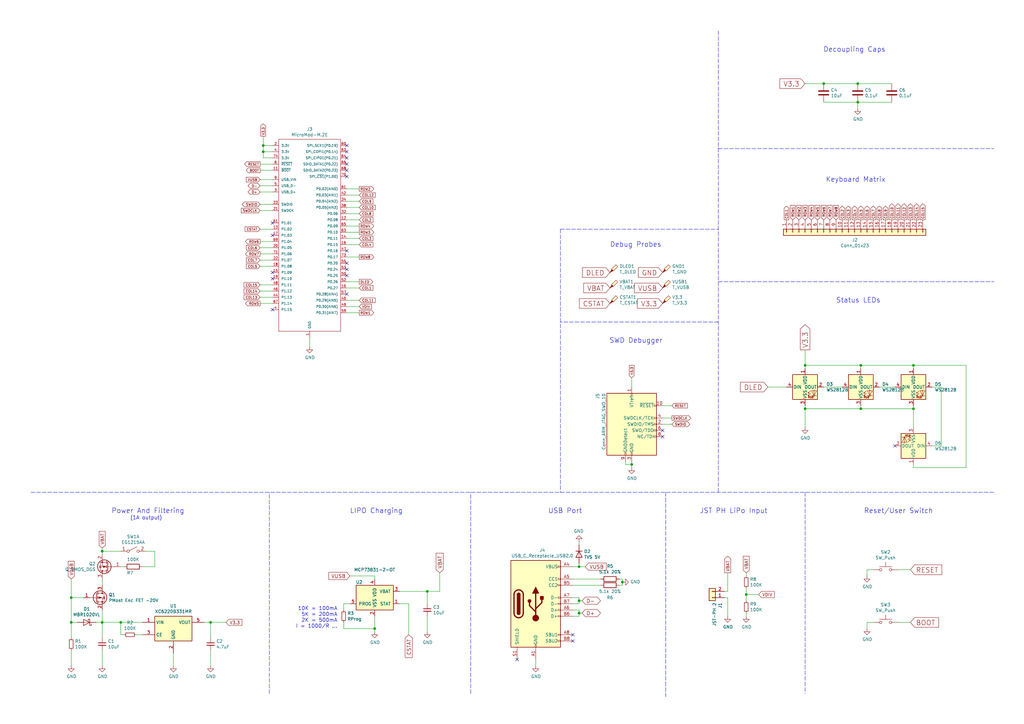
<source format=kicad_sch>
(kicad_sch (version 20211123) (generator eeschema)
  (paper "A3")
  (lib_symbols
    (symbol "Battery_Management:MCP73831-2-OT" (pin_names (offset 1.016))
      (property "Reference" "U" (at -7.62 6.35 0))
      (property "Value" "MCP73831-2-OT" (at 1.27 6.35 0))
      (symbol "MCP73831-2-OT_1_1"
        (pin output line (at 10.16 -2.54 180) (length 2.54) (name "STAT") (number "1"))
        (pin power_in line (at 0 -7.62 90) (length 2.54) (name "VSS") (number "2"))
        (pin power_out line (at 10.16 2.54 180) (length 2.54) (name "VBAT") (number "3"))
        (pin power_in line (at 0 7.62 270) (length 2.54) (name "VDD") (number "4"))
        (pin input line (at -10.16 -2.54 0) (length 2.54) (name "PROG") (number "5"))
      )
    )
    (symbol "Connector:Conn_ARM_JTAG_SWD_10" (pin_names (offset 1.016))
      (property "Reference" "J" (at -2.54 16.51 0))
      (property "Value" "Conn_ARM_JTAG_SWD_10" (at -2.54 13.97 0))
      (symbol "Conn_ARM_JTAG_SWD_10_1_1"
        (pin power_in line (at 0 15.24 270) (length 2.54) (name "VTref") (number "1"))
        (pin open_collector line (at 12.7 7.62 180) (length 2.54) (name "~{RESET}") (number "10"))
        (pin bidirectional line (at 12.7 0 180) (length 2.54) (name "SWDIO/TMS") (number "2"))
        (pin power_in line (at 0 -15.24 90) (length 2.54) (name "GND") (number "3"))
        (pin output line (at 12.7 2.54 180) (length 2.54) (name "SWDCLK/TCK") (number "4"))
        (pin passive line (at 0 -15.24 90) (length 2.54) hide (name "GND") (number "5"))
        (pin input line (at 12.7 -2.54 180) (length 2.54) (name "SWO/TDO") (number "6"))
        (pin no_connect line (at -10.16 0 0) (length 2.54) hide (name "KEY") (number "7"))
        (pin output line (at 12.7 -5.08 180) (length 2.54) (name "NC/TDI") (number "8"))
        (pin passive line (at -2.54 -15.24 90) (length 2.54) (name "GNDDetect") (number "9"))
      )
    )
    (symbol "Connector:TestPoint_Probe" (pin_numbers hide) (pin_names (offset 0.762) hide)
      (property "Reference" "TP" (at 1.651 5.842 0))
      (property "Value" "TestPoint_Probe" (at 1.651 4.064 0))
      (symbol "TestPoint_Probe_1_1"
        (pin passive line (at 0 0 90) (length 0) (name "1") (number "1"))
      )
    )
    (symbol "Connector:USB_C_Receptacle_USB2.0" (pin_names (offset 1.016))
      (property "Reference" "J" (at -10.16 19.05 0))
      (property "Value" "USB_C_Receptacle_USB2.0" (at 19.05 19.05 0))
      (symbol "USB_C_Receptacle_USB2.0_1_1"
        (pin passive line (at 0 -22.86 90) (length 5.08) (name "GND") (number "A1"))
        (pin passive line (at 0 -22.86 90) (length 5.08) hide (name "GND") (number "A12"))
        (pin passive line (at 15.24 15.24 180) (length 5.08) (name "VBUS") (number "A4"))
        (pin bidirectional line (at 15.24 10.16 180) (length 5.08) (name "CC1") (number "A5"))
        (pin bidirectional line (at 15.24 -2.54 180) (length 5.08) (name "D+") (number "A6"))
        (pin bidirectional line (at 15.24 2.54 180) (length 5.08) (name "D-") (number "A7"))
        (pin bidirectional line (at 15.24 -12.7 180) (length 5.08) (name "SBU1") (number "A8"))
        (pin passive line (at 15.24 15.24 180) (length 5.08) hide (name "VBUS") (number "A9"))
        (pin passive line (at 0 -22.86 90) (length 5.08) hide (name "GND") (number "B1"))
        (pin passive line (at 0 -22.86 90) (length 5.08) hide (name "GND") (number "B12"))
        (pin passive line (at 15.24 15.24 180) (length 5.08) hide (name "VBUS") (number "B4"))
        (pin bidirectional line (at 15.24 7.62 180) (length 5.08) (name "CC2") (number "B5"))
        (pin bidirectional line (at 15.24 -5.08 180) (length 5.08) (name "D+") (number "B6"))
        (pin bidirectional line (at 15.24 0 180) (length 5.08) (name "D-") (number "B7"))
        (pin bidirectional line (at 15.24 -15.24 180) (length 5.08) (name "SBU2") (number "B8"))
        (pin passive line (at 15.24 15.24 180) (length 5.08) hide (name "VBUS") (number "B9"))
        (pin passive line (at -7.62 -22.86 90) (length 5.08) (name "SHIELD") (number "S1"))
      )
    )
    (symbol "Connector_Generic:Conn_01x02" (pin_names (offset 1.016) hide)
      (property "Reference" "J" (at 0 2.54 0))
      (property "Value" "Conn_01x02" (at 0 -5.08 0))
      (symbol "Conn_01x02_1_1"
        (pin passive line (at -5.08 0 0) (length 3.81) (name "Pin_1") (number "1"))
        (pin passive line (at -5.08 -2.54 0) (length 3.81) (name "Pin_2") (number "2"))
      )
    )
    (symbol "Connector_Generic:Conn_01x23" (pin_names (offset 1.016) hide)
      (property "Reference" "J" (at 0 30.48 0))
      (property "Value" "Conn_01x23" (at 0 -30.48 0))
      (symbol "Conn_01x23_1_1"
        (pin passive line (at -5.08 27.94 0) (length 3.81) (name "Pin_1") (number "1"))
        (pin passive line (at -5.08 5.08 0) (length 3.81) (name "Pin_10") (number "10"))
        (pin passive line (at -5.08 2.54 0) (length 3.81) (name "Pin_11") (number "11"))
        (pin passive line (at -5.08 0 0) (length 3.81) (name "Pin_12") (number "12"))
        (pin passive line (at -5.08 -2.54 0) (length 3.81) (name "Pin_13") (number "13"))
        (pin passive line (at -5.08 -5.08 0) (length 3.81) (name "Pin_14") (number "14"))
        (pin passive line (at -5.08 -7.62 0) (length 3.81) (name "Pin_15") (number "15"))
        (pin passive line (at -5.08 -10.16 0) (length 3.81) (name "Pin_16") (number "16"))
        (pin passive line (at -5.08 -12.7 0) (length 3.81) (name "Pin_17") (number "17"))
        (pin passive line (at -5.08 -15.24 0) (length 3.81) (name "Pin_18") (number "18"))
        (pin passive line (at -5.08 -17.78 0) (length 3.81) (name "Pin_19") (number "19"))
        (pin passive line (at -5.08 25.4 0) (length 3.81) (name "Pin_2") (number "2"))
        (pin passive line (at -5.08 -20.32 0) (length 3.81) (name "Pin_20") (number "20"))
        (pin passive line (at -5.08 -22.86 0) (length 3.81) (name "Pin_21") (number "21"))
        (pin passive line (at -5.08 -25.4 0) (length 3.81) (name "Pin_22") (number "22"))
        (pin passive line (at -5.08 -27.94 0) (length 3.81) (name "Pin_23") (number "23"))
        (pin passive line (at -5.08 22.86 0) (length 3.81) (name "Pin_3") (number "3"))
        (pin passive line (at -5.08 20.32 0) (length 3.81) (name "Pin_4") (number "4"))
        (pin passive line (at -5.08 17.78 0) (length 3.81) (name "Pin_5") (number "5"))
        (pin passive line (at -5.08 15.24 0) (length 3.81) (name "Pin_6") (number "6"))
        (pin passive line (at -5.08 12.7 0) (length 3.81) (name "Pin_7") (number "7"))
        (pin passive line (at -5.08 10.16 0) (length 3.81) (name "Pin_8") (number "8"))
        (pin passive line (at -5.08 7.62 0) (length 3.81) (name "Pin_9") (number "9"))
      )
    )
    (symbol "Device:C" (pin_numbers hide) (pin_names (offset 0.254))
      (property "Reference" "C" (at 0.635 2.54 0))
      (property "Value" "C" (at 0.635 -2.54 0))
      (symbol "C_1_1"
        (pin passive line (at 0 3.81 270) (length 2.794) (name "~") (number "1"))
        (pin passive line (at 0 -3.81 90) (length 2.794) (name "~") (number "2"))
      )
    )
    (symbol "Device:C_Small" (pin_numbers hide) (pin_names (offset 0.254) hide)
      (property "Reference" "C" (at 0.254 1.778 0))
      (property "Value" "C_Small" (at 0.254 -2.032 0))
      (symbol "C_Small_1_1"
        (pin passive line (at 0 2.54 270) (length 2.032) (name "~") (number "1"))
        (pin passive line (at 0 -2.54 90) (length 2.032) (name "~") (number "2"))
      )
    )
    (symbol "Device:D" (pin_numbers hide) (pin_names (offset 1.016) hide)
      (property "Reference" "D" (at 0 2.54 0))
      (property "Value" "D" (at 0 -2.54 0))
      (symbol "D_1_1"
        (pin passive line (at -3.81 0 0) (length 2.54) (name "K") (number "1"))
        (pin passive line (at 3.81 0 180) (length 2.54) (name "A") (number "2"))
      )
    )
    (symbol "Device:Q_NMOS_GSD" (pin_names (offset 0) hide)
      (property "Reference" "Q" (at 5.08 1.27 0))
      (property "Value" "Q_NMOS_GSD" (at 5.08 -1.27 0))
      (symbol "Q_NMOS_GSD_1_1"
        (pin input line (at -5.08 0 0) (length 2.54) (name "G") (number "1"))
        (pin passive line (at 2.54 -5.08 90) (length 2.54) (name "S") (number "2"))
        (pin passive line (at 2.54 5.08 270) (length 2.54) (name "D") (number "3"))
      )
    )
    (symbol "Device:R" (pin_numbers hide) (pin_names (offset 0))
      (property "Reference" "R" (at 2.032 0 90))
      (property "Value" "R" (at 0 0 90))
      (symbol "R_1_1"
        (pin passive line (at 0 3.81 270) (length 1.27) (name "~") (number "1"))
        (pin passive line (at 0 -3.81 90) (length 1.27) (name "~") (number "2"))
      )
    )
    (symbol "Device:R_Small" (pin_numbers hide) (pin_names (offset 0.254) hide)
      (property "Reference" "R" (at 0.762 0.508 0))
      (property "Value" "R_Small" (at 0.762 -1.016 0))
      (symbol "R_Small_1_1"
        (pin passive line (at 0 2.54 270) (length 0.762) (name "~") (number "1"))
        (pin passive line (at 0 -2.54 90) (length 0.762) (name "~") (number "2"))
      )
    )
    (symbol "Diode:MBR1020VL" (pin_numbers hide) (pin_names hide)
      (property "Reference" "D" (at 0 2.54 0))
      (property "Value" "MBR1020VL" (at 0 -2.54 0))
      (symbol "MBR1020VL_1_1"
        (pin passive line (at -3.81 0 0) (length 2.54) (name "K") (number "1"))
        (pin passive line (at 3.81 0 180) (length 2.54) (name "A") (number "2"))
      )
    )
    (symbol "LED:WS2812B" (pin_names (offset 0.254))
      (property "Reference" "D" (at 5.08 5.715 0))
      (property "Value" "WS2812B" (at 1.27 -5.715 0))
      (symbol "WS2812B_0_0"
        (text "RGB" (at 2.286 -4.191 0) (effects (font (size 0.762 0.762))))
      )
      (symbol "WS2812B_1_1"
        (pin power_in line (at 0 7.62 270) (length 2.54) (name "VDD") (number "1"))
        (pin output line (at 7.62 0 180) (length 2.54) (name "DOUT") (number "2"))
        (pin power_in line (at 0 -7.62 90) (length 2.54) (name "VSS") (number "3"))
        (pin input line (at -7.62 0 0) (length 2.54) (name "DIN") (number "4"))
      )
    )
    (symbol "Regulator_Linear:XC6220B331MR"
      (property "Reference" "U" (at 0 8.89 0))
      (property "Value" "XC6220B331MR" (at 0 6.35 0))
      (symbol "XC6220B331MR_1_1"
        (pin power_in line (at -12.7 2.54 0) (length 5.08) (name "VIN") (number "1"))
        (pin power_in line (at 0 -10.16 90) (length 5.08) (name "GND") (number "2"))
        (pin input line (at -12.7 -2.54 0) (length 5.08) (name "CE") (number "3"))
        (pin no_connect line (at 12.7 -2.54 180) (length 5.08) hide (name "NC") (number "4"))
        (pin power_out line (at 12.7 2.54 180) (length 5.08) (name "VOUT") (number "5"))
      )
    )
    (symbol "Switch:SW_DPST_x2" (pin_names (offset 0) hide)
      (property "Reference" "SW" (at 0 3.175 0))
      (property "Value" "SW_DPST_x2" (at 0 -2.54 0))
      (symbol "SW_DPST_x2_1_1"
        (pin passive line (at -5.08 0 0) (length 2.54) (name "A") (number "1"))
        (pin passive line (at 5.08 0 180) (length 2.54) (name "B") (number "2"))
      )
      (symbol "SW_DPST_x2_2_1"
        (pin passive line (at -5.08 0 0) (length 2.54) (name "A") (number "3"))
        (pin passive line (at 5.08 0 180) (length 2.54) (name "B") (number "4"))
      )
    )
    (symbol "Switch:SW_Push" (pin_numbers hide) (pin_names (offset 1.016) hide)
      (property "Reference" "SW" (at 1.27 2.54 0))
      (property "Value" "SW_Push" (at 0 -1.524 0))
      (symbol "SW_Push_0_1"
        (pin passive line (at -5.08 0 0) (length 2.54) (name "1") (number "1"))
        (pin passive line (at 5.08 0 180) (length 2.54) (name "2") (number "2"))
      )
    )
    (symbol "Transistor_FET:DMG2301L" (pin_names hide)
      (property "Reference" "Q" (at 5.08 1.905 0))
      (property "Value" "DMG2301L" (at 5.08 0 0))
      (symbol "DMG2301L_1_1"
        (pin input line (at -5.08 0 0) (length 2.54) (name "G") (number "1"))
        (pin passive line (at 2.54 -5.08 90) (length 2.54) (name "S") (number "2"))
        (pin passive line (at 2.54 5.08 270) (length 2.54) (name "D") (number "3"))
      )
    )
    (symbol "custom_footprints:MicroMod-M.2E" (pin_names (offset 1.016))
      (property "Reference" "J3" (at -1.27 6.731 0))
      (property "Value" "MicroMod-M.2E" (at -1.27 4.4196 0))
      (symbol "MicroMod-M.2E_1_1"
        (pin power_out line (at -1.27 -78.74 90) (length 2.54) (name "GND") (number "1"))
        (pin unspecified line (at 13.97 -58.42 180) (length 2.54) (name "P0.27") (number "10"))
        (pin input line (at -16.51 -10.16 0) (length 2.54) (name "~{BOOT}") (number "11"))
        (pin unspecified line (at 13.97 -30.48 180) (length 2.54) (name "P0.08") (number "12"))
        (pin unspecified line (at -16.51 -34.29 0) (length 2.54) (name "P1.02") (number "13"))
        (pin unspecified line (at 13.97 -38.1 180) (length 2.54) (name "P0.11") (number "14"))
        (pin unspecified line (at -16.51 -52.07 0) (length 2.54) (name "P1.09") (number "15"))
        (pin unspecified line (at 13.97 -40.64 180) (length 2.54) (name "P0.15") (number "16"))
        (pin unspecified line (at -16.51 -36.83 0) (length 2.54) (name "P1.03") (number "17"))
        (pin unspecified line (at -16.51 -49.53 0) (length 2.54) (name "P1.08") (number "18"))
        (pin unspecified line (at -16.51 -54.61 0) (length 2.54) (name "P1.10") (number "19"))
        (pin power_in line (at -16.51 0 0) (length 2.54) (name "3.3V") (number "2"))
        (pin unspecified line (at -16.51 -41.91 0) (length 2.54) (name "P1.05") (number "20"))
        (pin input line (at -16.51 -26.67 0) (length 2.54) (name "SWDCK") (number "21"))
        (pin unspecified line (at -16.51 -46.99 0) (length 2.54) (name "P1.07") (number "22"))
        (pin bidirectional line (at -16.51 -24.13 0) (length 2.54) (name "SWDIO") (number "23"))
        (pin bidirectional line (at -16.51 -19.05 0) (length 2.54) (name "USB_D+") (number "3"))
        (pin unspecified line (at 13.97 -27.94 180) (length 2.54) (name "P0.06") (number "32"))
        (pin passive line (at -1.27 -78.74 90) (length 2.54) hide (name "GND") (number "33"))
        (pin unspecified line (at 13.97 -22.86 180) (length 2.54) (name "P0.04(AIN2)") (number "34"))
        (pin passive line (at -1.27 -78.74 90) (length 2.54) hide (name "GND") (number "36"))
        (pin unspecified line (at 13.97 -25.4 180) (length 2.54) (name "P0.05(AIN3)") (number "38"))
        (pin passive line (at -1.27 -78.74 90) (length 2.54) hide (name "GND") (number "39"))
        (pin power_in line (at -16.51 -2.54 0) (length 2.54) (name "3.3V") (number "4"))
        (pin unspecified line (at -16.51 -67.31 0) (length 2.54) (name "P1.15") (number "4"))
        (pin unspecified line (at 13.97 -63.5 180) (length 2.54) (name "P0.29(AIN5)") (number "40"))
        (pin unspecified line (at 13.97 -20.32 180) (length 2.54) (name "P0.03(AIN1)") (number "42"))
        (pin unspecified line (at -16.51 -62.23 0) (length 2.54) (name "P1.13") (number "44"))
        (pin passive line (at -1.27 -78.74 90) (length 2.54) hide (name "GND") (number "45"))
        (pin unspecified line (at -16.51 -59.69 0) (length 2.54) (name "P1.12") (number "46"))
        (pin unspecified line (at 13.97 -43.18 180) (length 2.54) (name "P0.16") (number "47"))
        (pin unspecified line (at -16.51 -57.15 0) (length 2.54) (name "P1.11") (number "48"))
        (pin unspecified line (at 13.97 -66.04 180) (length 2.54) (name "P0.30(AIN6)") (number "49"))
        (pin bidirectional line (at -16.51 -16.51 0) (length 2.54) (name "USB_D-") (number "5"))
        (pin unspecified line (at 13.97 -53.34 180) (length 2.54) (name "P0.25") (number "50"))
        (pin unspecified line (at -16.51 -31.75 0) (length 2.54) (name "P1.01") (number "51"))
        (pin unspecified line (at 13.97 -55.88 180) (length 2.54) (name "P0.26") (number "52"))
        (pin unspecified line (at 13.97 -50.8 180) (length 2.54) (name "P0.24") (number "53"))
        (pin unspecified line (at 13.97 -48.26 180) (length 2.54) (name "P0.20") (number "55"))
        (pin unspecified line (at 13.97 -60.96 180) (length 2.54) (name "P0.28(AIN4)") (number "57"))
        (pin unspecified line (at 13.97 -68.58 180) (length 2.54) (name "P0.31(AIN7)") (number "59"))
        (pin input line (at -16.51 -7.62 0) (length 2.54) (name "~{RESET}") (number "6"))
        (pin unspecified line (at 13.97 0 180) (length 2.54) (name "SPI_SCK1(P0.19)") (number "60"))
        (pin unspecified line (at 13.97 -17.78 180) (length 2.54) (name "P0.02(AIN0)") (number "61"))
        (pin unspecified line (at 13.97 -2.54 180) (length 2.54) (name "SPI_COPI1(P0.14)") (number "62"))
        (pin unspecified line (at 13.97 -35.56 180) (length 2.54) (name "P0.10") (number "63"))
        (pin unspecified line (at 13.97 -5.08 180) (length 2.54) (name "SPI_CIPO1(P0.21)") (number "64"))
        (pin unspecified line (at 13.97 -33.02 180) (length 2.54) (name "P0.09") (number "65"))
        (pin unspecified line (at 13.97 -7.62 180) (length 2.54) (name "SDIO_DATA1(P0.22)") (number "66"))
        (pin unspecified line (at -16.51 -64.77 0) (length 2.54) (name "P1.14") (number "67"))
        (pin unspecified line (at 13.97 -10.16 180) (length 2.54) (name "SDIO_DATA2(P0.23)") (number "68"))
        (pin unspecified line (at -16.51 -39.37 0) (length 2.54) (name "P1.04") (number "69"))
        (pin passive line (at -1.27 -78.74 90) (length 2.54) hide (name "GND") (number "7"))
        (pin unspecified line (at 13.97 -12.7 180) (length 2.54) (name "SPI_~{CS1}(P1.00)") (number "70"))
        (pin unspecified line (at -16.51 -44.45 0) (length 2.54) (name "P1.06") (number "71"))
        (pin unspecified line (at 13.97 -45.72 180) (length 2.54) (name "P0.17") (number "73"))
        (pin power_in line (at -16.51 -5.08 0) (length 2.54) (name "3.3V") (number "74"))
        (pin passive line (at -1.27 -78.74 90) (length 2.54) hide (name "GND") (number "75"))
        (pin power_in line (at -16.51 -13.97 0) (length 2.54) (name "USB_VIN") (number "9"))
      )
    )
    (symbol "power:GND" (power) (pin_names (offset 0))
      (property "Value" "GND" (at 0 -3.81 0))
      (symbol "GND_1_1"
        (pin power_in line (at 0 0 270) (length 0) hide (name "GND") (number "1"))
      )
    )
  )
  (junction (at 330.2 167.64))
  (junction (at 374.65 149.86))
  (junction (at 237.49 232.41))
  (junction (at 353.06 149.86))
  (junction (at 255.27 238.76))
  (junction (at 175.26 242.57))
  (junction (at 107.95 59.69))
  (junction (at 49.53 255.27))
  (junction (at 306.07 243.84))
  (junction (at 237.49 246.38))
  (junction (at 107.95 62.23))
  (junction (at 29.21 245.11))
  (junction (at 353.06 167.64))
  (junction (at 337.82 34.29))
  (junction (at 351.79 41.91))
  (junction (at 41.91 255.27))
  (junction (at 153.67 257.81))
  (junction (at 41.91 226.06))
  (junction (at 29.21 255.27))
  (junction (at 237.49 251.46))
  (junction (at 259.08 190.5))
  (junction (at 351.79 34.29))
  (junction (at 374.65 167.64))
  (junction (at 330.2 149.86))
  (junction (at 86.36 255.27))
  (no_connect (at 111.76 91.44))
  (no_connect (at 111.76 111.76))
  (no_connect (at 111.76 114.3))
  (no_connect (at 111.76 96.52))
  (no_connect (at 142.24 120.65))
  (no_connect (at 142.24 113.03))
  (no_connect (at 142.24 110.49))
  (no_connect (at 111.76 127))
  (no_connect (at 142.24 67.31))
  (no_connect (at 142.24 64.77))
  (no_connect (at 142.24 62.23))
  (no_connect (at 142.24 59.69))
  (no_connect (at 142.24 72.39))
  (no_connect (at 142.24 69.85))
  (no_connect (at 234.95 260.35))
  (no_connect (at 234.95 262.89))
  (no_connect (at 212.09 270.51))
  (no_connect (at 367.03 182.88))
  (no_connect (at 271.78 179.07))
  (no_connect (at 271.78 176.53))
  (no_connect (at 142.24 107.95))
  (no_connect (at 142.24 102.87))
  (polyline (pts (xy 294.64 115.57) (xy 407.67 115.57)))
  (wire (pts (xy 256.54 189.23) (xy 256.54 190.5)))
  (wire (pts (xy 63.5 232.41) (xy 63.5 226.06)))
  (wire (pts (xy 41.91 226.06) (xy 41.91 224.79)))
  (wire (pts (xy 360.68 158.75) (xy 367.03 158.75)))
  (wire (pts (xy 106.68 124.46) (xy 111.76 124.46)))
  (wire (pts (xy 142.24 82.55) (xy 147.32 82.55)))
  (wire (pts (xy 330.2 167.64) (xy 353.06 167.64)))
  (wire (pts (xy 374.65 167.64) (xy 374.65 175.26)))
  (wire (pts (xy 147.32 85.09) (xy 142.24 85.09)))
  (wire (pts (xy 142.24 105.41) (xy 147.32 105.41)))
  (wire (pts (xy 180.34 242.57) (xy 180.34 234.95)))
  (wire (pts (xy 111.76 86.36) (xy 106.68 86.36)))
  (wire (pts (xy 106.68 104.14) (xy 111.76 104.14)))
  (wire (pts (xy 58.42 232.41) (xy 63.5 232.41)))
  (polyline (pts (xy 294.64 132.08) (xy 229.87 132.08)))
  (wire (pts (xy 353.06 167.64) (xy 374.65 167.64)))
  (polyline (pts (xy 294.64 60.96) (xy 407.67 60.96)))
  (wire (pts (xy 29.21 237.49) (xy 29.21 245.11)))
  (wire (pts (xy 147.32 90.17) (xy 142.24 90.17)))
  (wire (pts (xy 355.6 255.27) (xy 358.14 255.27)))
  (wire (pts (xy 106.68 69.85) (xy 111.76 69.85)))
  (wire (pts (xy 330.2 151.13) (xy 330.2 149.86)))
  (wire (pts (xy 175.26 242.57) (xy 163.83 242.57)))
  (wire (pts (xy 374.65 191.77) (xy 374.65 190.5)))
  (wire (pts (xy 256.54 190.5) (xy 259.08 190.5)))
  (polyline (pts (xy 12.7 201.93) (xy 407.67 201.93)))
  (wire (pts (xy 147.32 118.11) (xy 142.24 118.11)))
  (wire (pts (xy 337.82 158.75) (xy 345.44 158.75)))
  (wire (pts (xy 396.24 191.77) (xy 374.65 191.77)))
  (wire (pts (xy 234.95 245.11) (xy 237.49 245.11)))
  (wire (pts (xy 140.97 257.81) (xy 153.67 257.81)))
  (wire (pts (xy 330.2 175.26) (xy 330.2 167.64)))
  (wire (pts (xy 330.2 167.64) (xy 330.2 166.37)))
  (wire (pts (xy 107.95 59.69) (xy 107.95 55.88)))
  (wire (pts (xy 175.26 247.65) (xy 175.26 242.57)))
  (wire (pts (xy 111.76 93.98) (xy 106.68 93.98)))
  (wire (pts (xy 351.79 34.29) (xy 365.76 34.29)))
  (wire (pts (xy 237.49 251.46) (xy 237.49 252.73)))
  (wire (pts (xy 41.91 273.05) (xy 41.91 266.7)))
  (wire (pts (xy 368.3 255.27) (xy 373.38 255.27)))
  (wire (pts (xy 271.78 171.45) (xy 275.59 171.45)))
  (wire (pts (xy 373.38 233.68) (xy 368.3 233.68)))
  (wire (pts (xy 49.53 255.27) (xy 41.91 255.27)))
  (wire (pts (xy 237.49 232.41) (xy 237.49 231.14)))
  (wire (pts (xy 234.95 237.49) (xy 246.38 237.49)))
  (wire (pts (xy 140.97 250.19) (xy 140.97 247.65)))
  (wire (pts (xy 234.95 240.03) (xy 246.38 240.03)))
  (wire (pts (xy 55.88 260.35) (xy 58.42 260.35)))
  (wire (pts (xy 396.24 149.86) (xy 396.24 191.77)))
  (wire (pts (xy 237.49 246.38) (xy 237.49 247.65)))
  (wire (pts (xy 237.49 250.19) (xy 237.49 251.46)))
  (wire (pts (xy 297.18 242.57) (xy 298.45 242.57)))
  (wire (pts (xy 29.21 255.27) (xy 31.75 255.27)))
  (wire (pts (xy 111.76 64.77) (xy 107.95 64.77)))
  (wire (pts (xy 355.6 233.68) (xy 358.14 233.68)))
  (wire (pts (xy 374.65 149.86) (xy 396.24 149.86)))
  (wire (pts (xy 41.91 255.27) (xy 41.91 261.62)))
  (wire (pts (xy 107.95 62.23) (xy 107.95 59.69)))
  (wire (pts (xy 142.24 123.19) (xy 147.32 123.19)))
  (wire (pts (xy 271.78 166.37) (xy 275.59 166.37)))
  (wire (pts (xy 254 237.49) (xy 255.27 237.49)))
  (wire (pts (xy 306.07 243.84) (xy 311.15 243.84)))
  (wire (pts (xy 106.68 99.06) (xy 111.76 99.06)))
  (wire (pts (xy 255.27 237.49) (xy 255.27 238.76)))
  (wire (pts (xy 298.45 245.11) (xy 298.45 252.73)))
  (wire (pts (xy 106.68 109.22) (xy 111.76 109.22)))
  (wire (pts (xy 275.59 173.99) (xy 271.78 173.99)))
  (wire (pts (xy 147.32 95.25) (xy 142.24 95.25)))
  (wire (pts (xy 147.32 115.57) (xy 142.24 115.57)))
  (wire (pts (xy 234.95 232.41) (xy 237.49 232.41)))
  (wire (pts (xy 86.36 255.27) (xy 92.71 255.27)))
  (wire (pts (xy 41.91 250.19) (xy 41.91 255.27)))
  (wire (pts (xy 49.53 255.27) (xy 58.42 255.27)))
  (wire (pts (xy 237.49 245.11) (xy 237.49 246.38)))
  (polyline (pts (xy 229.87 93.98) (xy 294.64 93.98)))
  (polyline (pts (xy 273.05 201.93) (xy 273.05 285.75)))
  (wire (pts (xy 259.08 158.75) (xy 259.08 154.94)))
  (wire (pts (xy 374.65 151.13) (xy 374.65 149.86)))
  (wire (pts (xy 140.97 247.65) (xy 143.51 247.65)))
  (wire (pts (xy 386.08 182.88) (xy 386.08 158.75)))
  (wire (pts (xy 111.76 106.68) (xy 106.68 106.68)))
  (wire (pts (xy 237.49 246.38) (xy 238.76 246.38)))
  (wire (pts (xy 106.68 76.2) (xy 111.76 76.2)))
  (wire (pts (xy 111.76 59.69) (xy 107.95 59.69)))
  (wire (pts (xy 351.79 41.91) (xy 365.76 41.91)))
  (wire (pts (xy 111.76 101.6) (xy 106.68 101.6)))
  (wire (pts (xy 237.49 232.41) (xy 240.03 232.41)))
  (wire (pts (xy 330.2 149.86) (xy 330.2 143.51)))
  (wire (pts (xy 63.5 226.06) (xy 59.69 226.06)))
  (wire (pts (xy 106.68 78.74) (xy 111.76 78.74)))
  (wire (pts (xy 41.91 226.06) (xy 49.53 226.06)))
  (wire (pts (xy 106.68 73.66) (xy 111.76 73.66)))
  (wire (pts (xy 175.26 259.08) (xy 175.26 252.73)))
  (wire (pts (xy 297.18 245.11) (xy 298.45 245.11)))
  (wire (pts (xy 142.24 97.79) (xy 147.32 97.79)))
  (wire (pts (xy 259.08 191.77) (xy 259.08 190.5)))
  (wire (pts (xy 49.53 260.35) (xy 49.53 255.27)))
  (wire (pts (xy 41.91 237.49) (xy 41.91 240.03)))
  (wire (pts (xy 83.82 255.27) (xy 86.36 255.27)))
  (wire (pts (xy 71.12 273.05) (xy 71.12 267.97)))
  (wire (pts (xy 234.95 252.73) (xy 237.49 252.73)))
  (wire (pts (xy 142.24 92.71) (xy 147.32 92.71)))
  (wire (pts (xy 351.79 44.45) (xy 351.79 41.91)))
  (wire (pts (xy 41.91 227.33) (xy 41.91 226.06)))
  (wire (pts (xy 255.27 238.76) (xy 255.27 240.03)))
  (wire (pts (xy 374.65 167.64) (xy 374.65 166.37)))
  (wire (pts (xy 237.49 223.52) (xy 237.49 222.25)))
  (polyline (pts (xy 294.64 12.7) (xy 294.64 201.93)))
  (wire (pts (xy 355.6 236.22) (xy 355.6 233.68)))
  (wire (pts (xy 355.6 257.81) (xy 355.6 255.27)))
  (polyline (pts (xy 229.87 93.98) (xy 229.87 201.93)))
  (wire (pts (xy 237.49 251.46) (xy 238.76 251.46)))
  (wire (pts (xy 153.67 236.22) (xy 143.51 236.22)))
  (wire (pts (xy 306.07 246.38) (xy 306.07 243.84)))
  (wire (pts (xy 353.06 151.13) (xy 353.06 149.86)))
  (wire (pts (xy 111.76 62.23) (xy 107.95 62.23)))
  (wire (pts (xy 306.07 252.73) (xy 306.07 251.46)))
  (wire (pts (xy 140.97 257.81) (xy 140.97 255.27)))
  (wire (pts (xy 29.21 261.62) (xy 29.21 255.27)))
  (wire (pts (xy 111.76 116.84) (xy 106.68 116.84)))
  (wire (pts (xy 107.95 62.23) (xy 107.95 64.77)))
  (wire (pts (xy 106.68 67.31) (xy 111.76 67.31)))
  (wire (pts (xy 29.21 273.05) (xy 29.21 266.7)))
  (wire (pts (xy 337.82 41.91) (xy 351.79 41.91)))
  (polyline (pts (xy 110.49 284.48) (xy 110.49 201.93)))
  (wire (pts (xy 234.95 247.65) (xy 237.49 247.65)))
  (wire (pts (xy 306.07 236.22) (xy 306.07 234.95)))
  (wire (pts (xy 86.36 273.05) (xy 86.36 266.7)))
  (wire (pts (xy 147.32 100.33) (xy 142.24 100.33)))
  (wire (pts (xy 106.68 119.38) (xy 111.76 119.38)))
  (wire (pts (xy 234.95 250.19) (xy 237.49 250.19)))
  (wire (pts (xy 314.96 158.75) (xy 322.58 158.75)))
  (wire (pts (xy 167.64 247.65) (xy 167.64 260.35)))
  (wire (pts (xy 49.53 232.41) (xy 50.8 232.41)))
  (wire (pts (xy 39.37 255.27) (xy 41.91 255.27)))
  (wire (pts (xy 111.76 121.92) (xy 106.68 121.92)))
  (wire (pts (xy 153.67 257.81) (xy 153.67 252.73)))
  (wire (pts (xy 353.06 149.86) (xy 374.65 149.86)))
  (wire (pts (xy 219.71 270.51) (xy 219.71 273.05)))
  (wire (pts (xy 153.67 259.08) (xy 153.67 257.81)))
  (wire (pts (xy 306.07 243.84) (xy 306.07 241.3)))
  (wire (pts (xy 127 138.43) (xy 127 142.24)))
  (wire (pts (xy 50.8 260.35) (xy 49.53 260.35)))
  (wire (pts (xy 147.32 125.73) (xy 142.24 125.73)))
  (wire (pts (xy 382.27 182.88) (xy 386.08 182.88)))
  (wire (pts (xy 180.34 242.57) (xy 175.26 242.57)))
  (wire (pts (xy 29.21 245.11) (xy 29.21 255.27)))
  (wire (pts (xy 255.27 240.03) (xy 254 240.03)))
  (wire (pts (xy 147.32 80.01) (xy 142.24 80.01)))
  (wire (pts (xy 86.36 261.62) (xy 86.36 255.27)))
  (wire (pts (xy 337.82 34.29) (xy 351.79 34.29)))
  (wire (pts (xy 330.2 34.29) (xy 337.82 34.29)))
  (wire (pts (xy 330.2 149.86) (xy 353.06 149.86)))
  (wire (pts (xy 353.06 167.64) (xy 353.06 166.37)))
  (wire (pts (xy 142.24 128.27) (xy 147.32 128.27)))
  (wire (pts (xy 106.68 83.82) (xy 111.76 83.82)))
  (wire (pts (xy 142.24 77.47) (xy 147.32 77.47)))
  (wire (pts (xy 163.83 247.65) (xy 167.64 247.65)))
  (wire (pts (xy 29.21 245.11) (xy 34.29 245.11)))
  (polyline (pts (xy 193.04 284.48) (xy 193.04 201.93)))
  (polyline (pts (xy 330.2 201.93) (xy 330.2 284.48)))
  (wire (pts (xy 259.08 190.5) (xy 259.08 189.23)))
  (wire (pts (xy 153.67 237.49) (xy 153.67 236.22)))
  (wire (pts (xy 386.08 158.75) (xy 382.27 158.75)))
  (wire (pts (xy 142.24 87.63) (xy 147.32 87.63)))
  (wire (pts (xy 298.45 234.95) (xy 298.45 242.57)))
  (text "JST PH LiPo Input" (at 287.02 210.82 0) (effects (font (size 2.0066 2.0066)) (justify left bottom)))
  (text "USB Port" (at 224.79 210.82 0) (effects (font (size 2.0066 2.0066)) (justify left bottom)))
  (text "SWD Debugger" (at 271.78 140.97 180) (effects (font (size 2.0066 2.0066)) (justify right bottom)))
  (text "Reset/User Switch" (at 354.33 210.82 0) (effects (font (size 2.0066 2.0066)) (justify left bottom)))
  (text "Debug Probes" (at 250.19 101.6 0) (effects (font (size 2.0066 2.0066)) (justify left bottom)))
  (text "Power And Filtering" (at 45.72 210.82 0) (effects (font (size 2.0066 2.0066)) (justify left bottom)))
  (text "Status LEDs" (at 342.9 124.46 0) (effects (font (size 2.0066 2.0066)) (justify left bottom)))
  (text "Keyboard Matrix" (at 363.22 74.93 180) (effects (font (size 2.0066 2.0066)) (justify right bottom)))
  (text "10K = 100mA\n5K = 200mA\n2K = 500mA\nI = 1000/R ..." (at 138.43 257.81 180) (effects (font (size 1.4986 1.4986)) (justify right bottom)))
  (text "(1A output)" (at 53.34 213.36 0) (effects (font (size 1.4986 1.4986)) (justify left bottom)))
  (text "Decoupling Caps" (at 363.22 21.59 180) (effects (font (size 2.0066 2.0066)) (justify right bottom)))
  (text "LIPO Charging" (at 143.51 210.82 0) (effects (font (size 2.0066 2.0066)) (justify left bottom)))
  (global_label "COL15" (shape input) (at 106.68 116.84 180) (effects (font (size 0.9906 0.9906))) (property "Intersheet References" "${INTERSHEET_REFS}" (effects hide)))
  (global_label "VBAT" (shape output) (at 298.45 234.95 90) (property "Intersheet References" "${INTERSHEET_REFS}" (effects hide)))
  (global_label "COL4" (shape input) (at 147.32 100.33 0) (effects (font (size 0.9906 0.9906))) (property "Intersheet References" "${INTERSHEET_REFS}" (effects hide)))
  (global_label "COL2" (shape input) (at 147.32 90.17 0) (effects (font (size 0.9906 0.9906))) (property "Intersheet References" "${INTERSHEET_REFS}" (effects hide)))
  (global_label "BOOT" (shape output) (at 106.68 69.85 180) (effects (font (size 0.9906 0.9906))) (property "Intersheet References" "${INTERSHEET_REFS}" (effects hide)))
  (global_label "V3.3" (shape input) (at 330.2 34.29 180) (effects (font (size 2.0066 2.0066))) (property "Intersheet References" "${INTERSHEET_REFS}" (effects hide)))
  (global_label "CSTAT" (shape input) (at 167.64 260.35 270) (effects (font (size 1.4986 1.4986))) (property "Intersheet References" "${INTERSHEET_REFS}" (effects hide)))
  (global_label "RESET" (shape input) (at 275.59 166.37 0) (effects (font (size 0.9906 0.9906))) (property "Intersheet References" "${INTERSHEET_REFS}" (effects hide)))
  (global_label "V3.3" (shape input) (at 92.71 255.27 0) (property "Intersheet References" "${INTERSHEET_REFS}" (effects hide)))
  (global_label "ROW2" (shape output) (at 147.32 77.47 0) (effects (font (size 0.9906 0.9906))) (property "Intersheet References" "${INTERSHEET_REFS}" (effects hide)))
  (global_label "COL13" (shape output) (at 373.38 90.17 90) (effects (font (size 0.9906 0.9906))) (property "Intersheet References" "${INTERSHEET_REFS}" (effects hide)))
  (global_label "CSTAT" (shape input) (at 106.68 93.98 180) (effects (font (size 0.9906 0.9906))) (property "Intersheet References" "${INTERSHEET_REFS}" (effects hide)))
  (global_label "COL7" (shape output) (at 358.14 90.17 90) (effects (font (size 0.9906 0.9906))) (property "Intersheet References" "${INTERSHEET_REFS}" (effects hide)))
  (global_label "D-" (shape bidirectional) (at 238.76 246.38 0) (effects (font (size 1.4986 1.4986))) (property "Intersheet References" "${INTERSHEET_REFS}" (effects hide)))
  (global_label "ROW8" (shape input) (at 342.9 90.17 90) (effects (font (size 0.9906 0.9906))) (property "Intersheet References" "${INTERSHEET_REFS}" (effects hide)))
  (global_label "COL6" (shape output) (at 355.6 90.17 90) (effects (font (size 0.9906 0.9906))) (property "Intersheet References" "${INTERSHEET_REFS}" (effects hide)))
  (global_label "COL1" (shape output) (at 322.58 90.17 90) (effects (font (size 0.9906 0.9906))) (property "Intersheet References" "${INTERSHEET_REFS}" (effects hide)))
  (global_label "COL12" (shape input) (at 147.32 80.01 0) (effects (font (size 0.9906 0.9906))) (property "Intersheet References" "${INTERSHEET_REFS}" (effects hide)))
  (global_label "BOOT" (shape input) (at 373.38 255.27 0) (effects (font (size 2.0066 2.0066))) (property "Intersheet References" "${INTERSHEET_REFS}" (effects hide)))
  (global_label "GND" (shape input) (at 271.78 111.76 180) (effects (font (size 2.0066 2.0066))) (property "Intersheet References" "${INTERSHEET_REFS}" (effects hide)))
  (global_label "COL1" (shape input) (at 147.32 118.11 0) (effects (font (size 0.9906 0.9906))) (property "Intersheet References" "${INTERSHEET_REFS}" (effects hide)))
  (global_label "D-" (shape bidirectional) (at 106.68 76.2 180) (effects (font (size 0.9906 0.9906))) (property "Intersheet References" "${INTERSHEET_REFS}" (effects hide)))
  (global_label "RESET" (shape output) (at 106.68 67.31 180) (effects (font (size 0.9906 0.9906))) (property "Intersheet References" "${INTERSHEET_REFS}" (effects hide)))
  (global_label "ROW4" (shape input) (at 332.74 90.17 90) (effects (font (size 0.9906 0.9906))) (property "Intersheet References" "${INTERSHEET_REFS}" (effects hide)))
  (global_label "ROW1" (shape input) (at 325.12 90.17 90) (effects (font (size 0.9906 0.9906))) (property "Intersheet References" "${INTERSHEET_REFS}" (effects hide)))
  (global_label "COL3" (shape output) (at 347.98 90.17 90) (effects (font (size 0.9906 0.9906))) (property "Intersheet References" "${INTERSHEET_REFS}" (effects hide)))
  (global_label "ROW3" (shape output) (at 147.32 95.25 0) (effects (font (size 0.9906 0.9906))) (property "Intersheet References" "${INTERSHEET_REFS}" (effects hide)))
  (global_label "V3.3" (shape output) (at 107.95 55.88 90) (effects (font (size 0.9906 0.9906))) (property "Intersheet References" "${INTERSHEET_REFS}" (effects hide)))
  (global_label "VBAT" (shape input) (at 180.34 234.95 90) (effects (font (size 1.4986 1.4986))) (property "Intersheet References" "${INTERSHEET_REFS}" (effects hide)))
  (global_label "CSTAT" (shape input) (at 250.19 124.46 180) (effects (font (size 2.0066 2.0066))) (property "Intersheet References" "${INTERSHEET_REFS}" (effects hide)))
  (global_label "VUSB" (shape input) (at 240.03 232.41 0) (effects (font (size 1.4986 1.4986))) (property "Intersheet References" "${INTERSHEET_REFS}" (effects hide)))
  (global_label "COL14" (shape input) (at 106.68 119.38 180) (effects (font (size 0.9906 0.9906))) (property "Intersheet References" "${INTERSHEET_REFS}" (effects hide)))
  (global_label "RESET" (shape input) (at 373.38 233.68 0) (effects (font (size 2.0066 2.0066))) (property "Intersheet References" "${INTERSHEET_REFS}" (effects hide)))
  (global_label "COL12" (shape output) (at 370.84 90.17 90) (effects (font (size 0.9906 0.9906))) (property "Intersheet References" "${INTERSHEET_REFS}" (effects hide)))
  (global_label "COL4" (shape output) (at 350.52 90.17 90) (effects (font (size 0.9906 0.9906))) (property "Intersheet References" "${INTERSHEET_REFS}" (effects hide)))
  (global_label "ROW1" (shape output) (at 147.32 128.27 0) (effects (font (size 0.9906 0.9906))) (property "Intersheet References" "${INTERSHEET_REFS}" (effects hide)))
  (global_label "ROW8" (shape output) (at 147.32 105.41 0) (effects (font (size 0.9906 0.9906))) (property "Intersheet References" "${INTERSHEET_REFS}" (effects hide)))
  (global_label "COL10" (shape output) (at 365.76 90.17 90) (effects (font (size 0.9906 0.9906))) (property "Intersheet References" "${INTERSHEET_REFS}" (effects hide)))
  (global_label "ROW7" (shape output) (at 106.68 104.14 180) (effects (font (size 0.9906 0.9906))) (property "Intersheet References" "${INTERSHEET_REFS}" (effects hide)))
  (global_label "ROW5" (shape input) (at 335.28 90.17 90) (effects (font (size 0.9906 0.9906))) (property "Intersheet References" "${INTERSHEET_REFS}" (effects hide)))
  (global_label "V3.3" (shape output) (at 330.2 143.51 90) (effects (font (size 2.0066 2.0066))) (property "Intersheet References" "${INTERSHEET_REFS}" (effects hide)))
  (global_label "COL13" (shape input) (at 106.68 121.92 180) (effects (font (size 0.9906 0.9906))) (property "Intersheet References" "${INTERSHEET_REFS}" (effects hide)))
  (global_label "VDIV" (shape input) (at 147.32 125.73 0) (effects (font (size 0.9906 0.9906))) (property "Intersheet References" "${INTERSHEET_REFS}" (effects hide)))
  (global_label "DLED" (shape input) (at 250.19 111.76 180) (effects (font (size 2.0066 2.0066))) (property "Intersheet References" "${INTERSHEET_REFS}" (effects hide)))
  (global_label "ROW3" (shape input) (at 330.2 90.17 90) (effects (font (size 0.9906 0.9906))) (property "Intersheet References" "${INTERSHEET_REFS}" (effects hide)))
  (global_label "COL14" (shape output) (at 375.92 90.17 90) (effects (font (size 0.9906 0.9906))) (property "Intersheet References" "${INTERSHEET_REFS}" (effects hide)))
  (global_label "ROW4" (shape output) (at 147.32 92.71 0) (effects (font (size 0.9906 0.9906))) (property "Intersheet References" "${INTERSHEET_REFS}" (effects hide)))
  (global_label "D+" (shape bidirectional) (at 106.68 78.74 180) (effects (font (size 0.9906 0.9906))) (property "Intersheet References" "${INTERSHEET_REFS}" (effects hide)))
  (global_label "VDIV" (shape input) (at 311.15 243.84 0) (property "Intersheet References" "${INTERSHEET_REFS}" (effects hide)))
  (global_label "VUSB" (shape input) (at 106.68 73.66 180) (effects (font (size 0.9906 0.9906))) (property "Intersheet References" "${INTERSHEET_REFS}" (effects hide)))
  (global_label "ROW6" (shape output) (at 106.68 99.06 180) (effects (font (size 0.9906 0.9906))) (property "Intersheet References" "${INTERSHEET_REFS}" (effects hide)))
  (global_label "SWDIO" (shape bidirectional) (at 275.59 173.99 0) (effects (font (size 0.9906 0.9906))) (property "Intersheet References" "${INTERSHEET_REFS}" (effects hide)))
  (global_label "COL11" (shape input) (at 147.32 123.19 0) (effects (font (size 0.9906 0.9906))) (property "Intersheet References" "${INTERSHEET_REFS}" (effects hide)))
  (global_label "COL6" (shape input) (at 106.68 101.6 180) (effects (font (size 0.9906 0.9906))) (property "Intersheet References" "${INTERSHEET_REFS}" (effects hide)))
  (global_label "COL8" (shape output) (at 360.68 90.17 90) (effects (font (size 0.9906 0.9906))) (property "Intersheet References" "${INTERSHEET_REFS}" (effects hide)))
  (global_label "ROW6" (shape input) (at 337.82 90.17 90) (effects (font (size 0.9906 0.9906))) (property "Intersheet References" "${INTERSHEET_REFS}" (effects hide)))
  (global_label "COL8" (shape input) (at 147.32 87.63 0) (effects (font (size 0.9906 0.9906))) (property "Intersheet References" "${INTERSHEET_REFS}" (effects hide)))
  (global_label "V3.3" (shape input) (at 259.08 154.94 90) (effects (font (size 0.9906 0.9906))) (property "Intersheet References" "${INTERSHEET_REFS}" (effects hide)))
  (global_label "COL7" (shape input) (at 106.68 106.68 180) (effects (font (size 0.9906 0.9906))) (property "Intersheet References" "${INTERSHEET_REFS}" (effects hide)))
  (global_label "D+" (shape bidirectional) (at 238.76 251.46 0) (effects (font (size 1.4986 1.4986))) (property "Intersheet References" "${INTERSHEET_REFS}" (effects hide)))
  (global_label "VUSB" (shape input) (at 143.51 236.22 180) (effects (font (size 1.4986 1.4986))) (property "Intersheet References" "${INTERSHEET_REFS}" (effects hide)))
  (global_label "SWDIO" (shape bidirectional) (at 106.68 83.82 180) (effects (font (size 0.9906 0.9906))) (property "Intersheet References" "${INTERSHEET_REFS}" (effects hide)))
  (global_label "COL10" (shape input) (at 147.32 85.09 0) (effects (font (size 0.9906 0.9906))) (property "Intersheet References" "${INTERSHEET_REFS}" (effects hide)))
  (global_label "COL2" (shape output) (at 345.44 90.17 90) (effects (font (size 0.9906 0.9906))) (property "Intersheet References" "${INTERSHEET_REFS}" (effects hide)))
  (global_label "VUSB" (shape input) (at 271.78 118.11 180) (effects (font (size 2.0066 2.0066))) (property "Intersheet References" "${INTERSHEET_REFS}" (effects hide)))
  (global_label "COL5" (shape output) (at 353.06 90.17 90) (effects (font (size 0.9906 0.9906))) (property "Intersheet References" "${INTERSHEET_REFS}" (effects hide)))
  (global_label "COL5" (shape input) (at 106.68 109.22 180) (effects (font (size 0.9906 0.9906))) (property "Intersheet References" "${INTERSHEET_REFS}" (effects hide)))
  (global_label "VBAT" (shape input) (at 41.91 224.79 90) (property "Intersheet References" "${INTERSHEET_REFS}" (effects hide)))
  (global_label "ROW5" (shape output) (at 106.68 124.46 180) (effects (font (size 0.9906 0.9906))) (property "Intersheet References" "${INTERSHEET_REFS}" (effects hide)))
  (global_label "COL11" (shape output) (at 368.3 90.17 90) (effects (font (size 0.9906 0.9906))) (property "Intersheet References" "${INTERSHEET_REFS}" (effects hide)))
  (global_label "SWDCLK" (shape input) (at 106.68 86.36 180) (effects (font (size 0.9906 0.9906))) (property "Intersheet References" "${INTERSHEET_REFS}" (effects hide)))
  (global_label "V3.3" (shape input) (at 271.78 124.46 180) (effects (font (size 2.0066 2.0066))) (property "Intersheet References" "${INTERSHEET_REFS}" (effects hide)))
  (global_label "VUSB" (shape input) (at 29.21 237.49 90) (property "Intersheet References" "${INTERSHEET_REFS}" (effects hide)))
  (global_label "DLED" (shape output) (at 147.32 115.57 0) (effects (font (size 0.9906 0.9906))) (property "Intersheet References" "${INTERSHEET_REFS}" (effects hide)))
  (global_label "DLED" (shape input) (at 314.96 158.75 180) (effects (font (size 2.0066 2.0066))) (property "Intersheet References" "${INTERSHEET_REFS}" (effects hide)))
  (global_label "VBAT" (shape input) (at 250.19 118.11 180) (effects (font (size 2.0066 2.0066))) (property "Intersheet References" "${INTERSHEET_REFS}" (effects hide)))
  (global_label "ROW7" (shape input) (at 340.36 90.17 90) (effects (font (size 0.9906 0.9906))) (property "Intersheet References" "${INTERSHEET_REFS}" (effects hide)))
  (global_label "COL9" (shape input) (at 147.32 82.55 0) (effects (font (size 0.9906 0.9906))) (property "Intersheet References" "${INTERSHEET_REFS}" (effects hide)))
  (global_label "COL3" (shape input) (at 147.32 97.79 0) (effects (font (size 0.9906 0.9906))) (property "Intersheet References" "${INTERSHEET_REFS}" (effects hide)))
  (global_label "SWDCLK" (shape output) (at 275.59 171.45 0) (effects (font (size 0.9906 0.9906))) (property "Intersheet References" "${INTERSHEET_REFS}" (effects hide)))
  (global_label "VBAT" (shape input) (at 306.07 234.95 90) (property "Intersheet References" "${INTERSHEET_REFS}" (effects hide)))
  (global_label "COL15" (shape output) (at 378.46 90.17 90) (effects (font (size 0.9906 0.9906))) (property "Intersheet References" "${INTERSHEET_REFS}" (effects hide)))
  (global_label "ROW2" (shape input) (at 327.66 90.17 90) (effects (font (size 0.9906 0.9906))) (property "Intersheet References" "${INTERSHEET_REFS}" (effects hide)))
  (global_label "COL9" (shape output) (at 363.22 90.17 90) (effects (font (size 0.9906 0.9906))) (property "Intersheet References" "${INTERSHEET_REFS}" (effects hide)))
  (symbol (lib_id "Transistor_FET:DMG2301L") (at 39.37 245.11 0) (unit 1)
    (property "Reference" "Q1" (at 44.577 243.9416 0) (effects (justify left)))
    (property "Value" "PMost Enc FET -20V" (at 44.577 246.253 0) (effects (justify left)))
    (property "Footprint" "Package_TO_SOT_SMD:SOT-23" (effects hide))
  )
  (symbol (lib_id "Regulator_Linear:XC6220B331MR") (at 71.12 257.81 0) (unit 1)
    (property "Reference" "U1" (at 71.12 248.4882 0))
    (property "Value" "XC6220B331MR" (at 71.12 250.7996 0))
    (property "Footprint" "Package_TO_SOT_SMD:SOT-23-5" (effects hide))
    (property "Datasheet" "https://www.torexsemi.com/file/xc6220/XC6220.pdf" (effects hide))
  )
  (symbol (lib_id "Battery_Management:MCP73831-2-OT") (at 153.67 245.11 0) (unit 1)
    (property "Reference" "U2" (at 147.32 238.76 0))
    (property "Value" "MCP73831-2-OT" (at 153.67 233.68 0))
    (property "Footprint" "Package_TO_SOT_SMD:SOT-23-5_HandSoldering" (effects hide))
    (property "Datasheet" "http://ww1.microchip.com/downloads/en/DeviceDoc/20001984g.pdf" (effects hide))
  )
  (symbol (lib_id "Connector_Generic:Conn_01x02") (at 292.1 245.11 180) (unit 1)
    (property "Reference" "J1" (at 295.3512 247.142 90) (effects (justify left)))
    (property "Value" "JST-PH 2" (at 293.0398 247.142 90) (effects (justify left)))
    (property "Footprint" "Connector_JST:JST_PH_S2B-PH-SM4-TB_1x02-1MP_P2.00mm_Horizontal" (effects hide))
  )
  (symbol (lib_id "Connector_Generic:Conn_01x23") (at 350.52 95.25 90) (mirror x) (unit 1)
    (property "Reference" "J2" (at 350.6216 98.425 90))
    (property "Value" "Conn_01x23" (at 350.6216 100.7364 90))
    (property "Footprint" "Connector_FFC-FPC:TE_2-84952-3_1x23-1MP_P1.0mm_Horizontal" (effects hide))
  )
  (symbol (lib_id "custom_footprints:MicroMod-M.2E") (at 128.27 59.69 0) (unit 1)
    (property "Reference" "J3" (at 127 52.959 0))
    (property "Value" "MicroMod-M.2E" (at 127 55.2704 0))
    (property "Footprint" "SparkFun MicroMod:M.2-CONNECTOR-E" (effects hide))
  )
  (symbol (lib_id "Diode:MBR1020VL") (at 35.56 255.27 180) (unit 1)
    (property "Reference" "D1" (at 35.56 249.7836 0))
    (property "Value" "MBR1020VL" (at 35.56 252.095 0))
    (property "Footprint" "Diode_SMD:D_SOD-123F" (effects hide))
    (property "Datasheet" "https://www.onsemi.com/pub/Collateral/MBR1020VL-D.PDF" (effects hide))
  )
  (symbol (lib_id "power:GND") (at 29.21 273.05 0) (unit 1)
    (property "Reference" "#PWR01" (effects hide))
    (property "Value" "GND" (at 29.337 277.4442 0))
  )
  (symbol (lib_id "power:GND") (at 41.91 273.05 0) (unit 1)
    (property "Reference" "#PWR02" (effects hide))
    (property "Value" "GND" (at 42.037 277.4442 0))
  )
  (symbol (lib_id "power:GND") (at 71.12 273.05 0) (unit 1)
    (property "Reference" "#PWR03" (effects hide))
    (property "Value" "GND" (at 71.247 277.4442 0))
  )
  (symbol (lib_id "Device:C_Small") (at 41.91 264.16 0) (unit 1)
    (property "Reference" "C1" (at 44.2468 262.9916 0) (effects (justify left)))
    (property "Value" "10uF" (at 44.2468 265.303 0) (effects (justify left)))
    (property "Footprint" "Capacitor_SMD:C_0603_1608Metric_Pad1.08x0.95mm_HandSolder" (effects hide))
  )
  (symbol (lib_id "Device:R_Small") (at 29.21 264.16 0) (unit 1)
    (property "Reference" "R1" (at 30.7086 262.9916 0) (effects (justify left)))
    (property "Value" "100K" (at 30.7086 265.303 0) (effects (justify left)))
    (property "Footprint" "Resistor_SMD:R_0603_1608Metric_Pad0.98x0.95mm_HandSolder" (effects hide))
  )
  (symbol (lib_id "Device:R_Small") (at 53.34 260.35 270) (unit 1)
    (property "Reference" "R2" (at 53.34 255.3716 90))
    (property "Value" "100K" (at 53.34 257.683 90))
    (property "Footprint" "Resistor_SMD:R_0603_1608Metric_Pad0.98x0.95mm_HandSolder" (effects hide))
  )
  (symbol (lib_id "Device:C_Small") (at 86.36 264.16 0) (unit 1)
    (property "Reference" "C2" (at 88.6968 262.9916 0) (effects (justify left)))
    (property "Value" "4.7uF" (at 88.6968 265.303 0) (effects (justify left)))
    (property "Footprint" "Capacitor_SMD:C_0603_1608Metric_Pad1.08x0.95mm_HandSolder" (effects hide))
  )
  (symbol (lib_id "power:GND") (at 86.36 273.05 0) (unit 1)
    (property "Reference" "#PWR04" (effects hide))
    (property "Value" "GND" (at 86.487 277.4442 0))
  )
  (symbol (lib_id "power:GND") (at 153.67 259.08 0) (unit 1)
    (property "Reference" "#PWR05" (effects hide))
    (property "Value" "GND" (at 153.797 263.4742 0))
  )
  (symbol (lib_id "Device:R_Small") (at 140.97 252.73 0) (unit 1)
    (property "Reference" "R3" (at 142.4686 251.5616 0) (effects (justify left)))
    (property "Value" "RProg" (at 142.4686 253.873 0) (effects (justify left)))
    (property "Footprint" "Resistor_SMD:R_0603_1608Metric_Pad0.98x0.95mm_HandSolder" (effects hide))
  )
  (symbol (lib_id "Device:C_Small") (at 175.26 250.19 0) (unit 1)
    (property "Reference" "C3" (at 177.5968 249.0216 0) (effects (justify left)))
    (property "Value" "10uF" (at 177.5968 251.333 0) (effects (justify left)))
    (property "Footprint" "Capacitor_SMD:C_0603_1608Metric_Pad1.08x0.95mm_HandSolder" (effects hide))
  )
  (symbol (lib_id "power:GND") (at 175.26 259.08 0) (unit 1)
    (property "Reference" "#PWR06" (effects hide))
    (property "Value" "GND" (at 175.387 263.4742 0))
  )
  (symbol (lib_id "power:GND") (at 219.71 273.05 0) (unit 1)
    (property "Reference" "#PWR0101" (effects hide))
    (property "Value" "GND" (at 219.837 277.4442 0))
  )
  (symbol (lib_id "Connector:USB_C_Receptacle_USB2.0") (at 219.71 247.65 0) (unit 1)
    (property "Reference" "J4" (at 222.4278 225.6282 0))
    (property "Value" "USB_C_Receptacle_USB2.0" (at 222.4278 227.9396 0))
    (property "Footprint" "Connector_USB:USB_C_Receptacle_GCT_USB4085" (effects hide))
    (property "Datasheet" "https://www.usb.org/sites/default/files/documents/usb_type-c.zip" (effects hide))
  )
  (symbol (lib_id "power:GND") (at 237.49 222.25 180) (unit 1)
    (property "Reference" "#PWR0102" (effects hide))
    (property "Value" "GND" (at 237.363 217.8558 0))
  )
  (symbol (lib_id "Device:D") (at 237.49 227.33 270) (unit 1)
    (property "Reference" "D2" (at 239.522 226.1616 90) (effects (justify left)))
    (property "Value" "TVS 5V" (at 239.522 228.473 90) (effects (justify left)))
    (property "Footprint" "Diode_SMD:D_SMA_Handsoldering" (effects hide))
  )
  (symbol (lib_id "Device:R") (at 250.19 237.49 270) (unit 1)
    (property "Reference" "R5" (at 250.19 232.2322 90))
    (property "Value" "5.1k 20%" (at 250.19 234.5436 90))
    (property "Footprint" "Resistor_SMD:R_0603_1608Metric_Pad0.98x0.95mm_HandSolder" (effects hide))
  )
  (symbol (lib_id "Device:R") (at 250.19 240.03 270) (unit 1)
    (property "Reference" "R6" (at 250.19 245.11 90))
    (property "Value" "5.1k 20%" (at 250.19 242.57 90))
    (property "Footprint" "Resistor_SMD:R_0603_1608Metric_Pad0.98x0.95mm_HandSolder" (effects hide))
  )
  (symbol (lib_id "power:GND") (at 255.27 238.76 90) (unit 1)
    (property "Reference" "#PWR0103" (effects hide))
    (property "Value" "GND" (at 258.5212 238.633 90) (effects (justify right)))
  )
  (symbol (lib_id "power:GND") (at 298.45 252.73 0) (unit 1)
    (property "Reference" "#PWR0104" (effects hide))
    (property "Value" "GND" (at 298.577 257.1242 0))
  )
  (symbol (lib_id "Device:Q_NMOS_GSD") (at 44.45 232.41 180) (unit 1)
    (property "Reference" "Q2" (at 39.243 231.2416 0) (effects (justify left)))
    (property "Value" "Q_NMOS_DGS" (at 39.243 233.553 0) (effects (justify left)))
    (property "Footprint" "Package_TO_SOT_SMD:SOT-23" (effects hide))
  )
  (symbol (lib_id "Device:R") (at 54.61 232.41 90) (unit 1)
    (property "Reference" "R7" (at 53.34 234.95 90))
    (property "Value" "100K" (at 54.61 229.4636 90))
    (property "Footprint" "Resistor_SMD:R_0603_1608Metric_Pad0.98x0.95mm_HandSolder" (effects hide))
  )
  (symbol (lib_id "power:GND") (at 306.07 252.73 0) (unit 1)
    (property "Reference" "#PWR07" (effects hide))
    (property "Value" "GND" (at 306.197 257.1242 0))
  )
  (symbol (lib_id "Device:R_Small") (at 306.07 238.76 0) (unit 1)
    (property "Reference" "R8" (at 307.5686 237.5916 0) (effects (justify left)))
    (property "Value" "100K" (at 307.5686 239.903 0) (effects (justify left)))
    (property "Footprint" "Resistor_SMD:R_0603_1608Metric_Pad0.98x0.95mm_HandSolder" (effects hide))
  )
  (symbol (lib_id "Device:R_Small") (at 306.07 248.92 0) (unit 1)
    (property "Reference" "R9" (at 307.5686 247.7516 0) (effects (justify left)))
    (property "Value" "100K" (at 307.5686 250.063 0) (effects (justify left)))
    (property "Footprint" "Resistor_SMD:R_0603_1608Metric_Pad0.98x0.95mm_HandSolder" (effects hide))
  )
  (symbol (lib_id "Switch:SW_DPST_x2") (at 54.61 226.06 0) (unit 1)
    (property "Reference" "SW1" (at 54.61 220.091 0))
    (property "Value" "EG1215AA" (at 54.61 222.4024 0))
    (property "Footprint" "LibraryLoader:EG1215AA" (effects hide))
  )
  (symbol (lib_id "power:GND") (at 355.6 236.22 0) (unit 1)
    (property "Reference" "#PWR09" (effects hide))
    (property "Value" "GND" (at 355.727 240.6142 0))
  )
  (symbol (lib_id "Switch:SW_Push") (at 363.22 233.68 0) (unit 1)
    (property "Reference" "SW2" (at 363.22 226.441 0))
    (property "Value" "SW_Push" (at 363.22 228.7524 0))
    (property "Footprint" "LibraryLoader:MJTP1140AAUTR - Fixed" (effects hide))
  )
  (symbol (lib_id "power:GND") (at 355.6 257.81 0) (unit 1)
    (property "Reference" "#PWR010" (effects hide))
    (property "Value" "GND" (at 355.727 262.2042 0))
  )
  (symbol (lib_id "Switch:SW_Push") (at 363.22 255.27 0) (unit 1)
    (property "Reference" "SW3" (at 363.22 248.031 0))
    (property "Value" "SW_Push" (at 363.22 250.3424 0))
    (property "Footprint" "LibraryLoader:MJTP1140AAUTR - Fixed" (effects hide))
  )
  (symbol (lib_id "LED:WS2812B") (at 374.65 182.88 180) (unit 1)
    (property "Reference" "D6" (at 383.3876 181.7116 0) (effects (justify right)))
    (property "Value" "WS2812B" (at 383.3876 184.023 0) (effects (justify right)))
    (property "Footprint" "LibraryLoader:WS28122020" (effects hide))
    (property "Datasheet" "https://cdn-shop.adafruit.com/datasheets/WS2812B.pdf" (effects hide))
  )
  (symbol (lib_id "LED:WS2812B") (at 374.65 158.75 0) (unit 1)
    (property "Reference" "D5" (at 383.3876 157.5816 0) (effects (justify left)))
    (property "Value" "WS2812B" (at 383.3876 159.893 0) (effects (justify left)))
    (property "Footprint" "LibraryLoader:WS28122020" (effects hide))
    (property "Datasheet" "https://cdn-shop.adafruit.com/datasheets/WS2812B.pdf" (effects hide))
  )
  (symbol (lib_id "LED:WS2812B") (at 353.06 158.75 0) (unit 1)
    (property "Reference" "D4" (at 361.7976 157.5816 0) (effects (justify left)))
    (property "Value" "WS2812B" (at 361.7976 159.893 0) (effects (justify left)))
    (property "Footprint" "LibraryLoader:WS28122020" (effects hide))
    (property "Datasheet" "https://cdn-shop.adafruit.com/datasheets/WS2812B.pdf" (effects hide))
  )
  (symbol (lib_id "LED:WS2812B") (at 330.2 158.75 0) (unit 1)
    (property "Reference" "D3" (at 338.9376 157.5816 0) (effects (justify left)))
    (property "Value" "WS2812B" (at 338.9376 159.893 0) (effects (justify left)))
    (property "Footprint" "LibraryLoader:WS28122020" (effects hide))
    (property "Datasheet" "https://cdn-shop.adafruit.com/datasheets/WS2812B.pdf" (effects hide))
  )
  (symbol (lib_id "power:GND") (at 330.2 175.26 0) (unit 1)
    (property "Reference" "#PWR08" (effects hide))
    (property "Value" "GND" (at 330.327 179.6542 0))
  )
  (symbol (lib_id "Device:C") (at 337.82 38.1 0) (unit 1)
    (property "Reference" "C4" (at 340.741 36.9316 0) (effects (justify left)))
    (property "Value" "10uF" (at 340.741 39.243 0) (effects (justify left)))
    (property "Footprint" "Capacitor_SMD:C_0603_1608Metric_Pad1.08x0.95mm_HandSolder" (effects hide))
  )
  (symbol (lib_id "Device:C") (at 351.79 38.1 0) (unit 1)
    (property "Reference" "C5" (at 354.711 36.9316 0) (effects (justify left)))
    (property "Value" "0.1uF" (at 354.711 39.243 0) (effects (justify left)))
    (property "Footprint" "Capacitor_SMD:C_0603_1608Metric_Pad1.08x0.95mm_HandSolder" (effects hide))
  )
  (symbol (lib_id "Device:C") (at 365.76 38.1 0) (unit 1)
    (property "Reference" "C6" (at 368.681 36.9316 0) (effects (justify left)))
    (property "Value" "0.1uF" (at 368.681 39.243 0) (effects (justify left)))
    (property "Footprint" "Capacitor_SMD:C_0603_1608Metric_Pad1.08x0.95mm_HandSolder" (effects hide))
  )
  (symbol (lib_id "power:GND") (at 351.79 44.45 0) (unit 1)
    (property "Reference" "#PWR013" (effects hide))
    (property "Value" "GND" (at 351.917 48.8442 0))
  )
  (symbol (lib_id "Connector:Conn_ARM_JTAG_SWD_10") (at 259.08 173.99 0) (unit 1)
    (property "Reference" "J5" (at 245.11 161.29 90) (effects (justify right)))
    (property "Value" "Conn_ARM_JTAG_SWD_10" (at 247.65 161.29 90) (effects (justify right)))
    (property "Footprint" "Connector_PinHeader_1.27mm:PinHeader_2x05_P1.27mm_Vertical_SMD" (effects hide))
    (property "Datasheet" "http://infocenter.arm.com/help/topic/com.arm.doc.ddi0314h/DDI0314H_coresight_components_trm.pdf" (effects hide))
  )
  (symbol (lib_id "power:GND") (at 259.08 191.77 0) (unit 1)
    (property "Reference" "#PWR012" (effects hide))
    (property "Value" "GND" (at 259.207 196.1642 0))
  )
  (symbol (lib_id "power:GND") (at 127 142.24 0) (unit 1)
    (property "Reference" "#PWR011" (effects hide))
    (property "Value" "GND" (at 127.127 146.6342 0))
  )
  (symbol (lib_id "Connector:TestPoint_Probe") (at 271.78 111.76 0) (unit 1)
    (property "Reference" "GND1" (at 275.6662 109.1946 0) (effects (justify left)))
    (property "Value" "T_GND" (at 275.6662 111.506 0) (effects (justify left)))
    (property "Footprint" "TestPoint:TestPoint_Pad_D1.0mm" (effects hide))
  )
  (symbol (lib_id "Connector:TestPoint_Probe") (at 271.78 118.11 0) (unit 1)
    (property "Reference" "VUSB1" (at 275.6662 115.5446 0) (effects (justify left)))
    (property "Value" "T_VUSB" (at 275.6662 117.856 0) (effects (justify left)))
    (property "Footprint" "TestPoint:TestPoint_Pad_D1.0mm" (effects hide))
  )
  (symbol (lib_id "Connector:TestPoint_Probe") (at 271.78 124.46 0) (unit 1)
    (property "Reference" "V3.3" (at 275.6408 121.8946 0) (effects (justify left)))
    (property "Value" "T_V3.3" (at 275.6408 124.206 0) (effects (justify left)))
    (property "Footprint" "TestPoint:TestPoint_Pad_D1.0mm" (effects hide))
  )
  (symbol (lib_id "Connector:TestPoint_Probe") (at 250.19 111.76 0) (unit 1)
    (property "Reference" "DLED1" (at 254.0508 109.1946 0) (effects (justify left)))
    (property "Value" "T_DLED" (at 254.0508 111.506 0) (effects (justify left)))
    (property "Footprint" "TestPoint:TestPoint_Pad_D1.0mm" (effects hide))
  )
  (symbol (lib_id "Connector:TestPoint_Probe") (at 250.19 118.11 0) (unit 1)
    (property "Reference" "VBAT1" (at 254.0508 115.5446 0) (effects (justify left)))
    (property "Value" "T_VBAT" (at 254.0508 117.856 0) (effects (justify left)))
    (property "Footprint" "TestPoint:TestPoint_Pad_D1.0mm" (effects hide))
  )
  (symbol (lib_id "Connector:TestPoint_Probe") (at 250.19 124.46 0) (unit 1)
    (property "Reference" "CSTAT1" (at 254.0762 121.8946 0) (effects (justify left)))
    (property "Value" "T_CSTAT" (at 254.0762 124.206 0) (effects (justify left)))
    (property "Footprint" "TestPoint:TestPoint_Pad_D1.0mm" (effects hide))
  )
)
</source>
